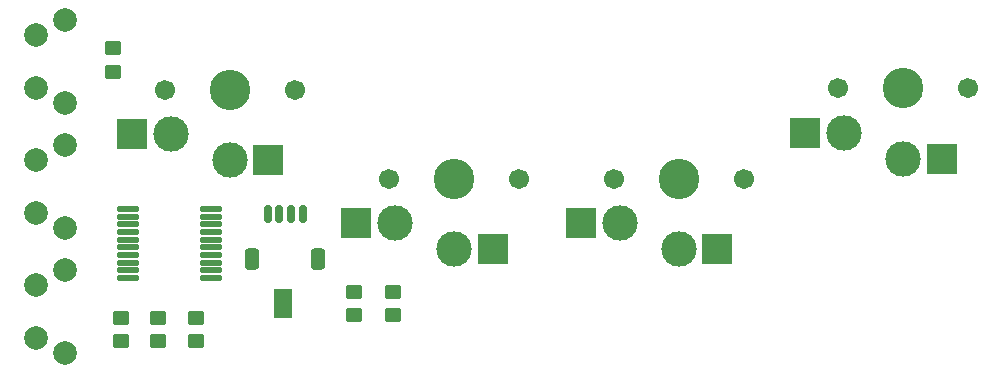
<source format=gbr>
%TF.GenerationSoftware,KiCad,Pcbnew,9.0.0*%
%TF.CreationDate,2025-05-10T10:01:21-07:00*%
%TF.ProjectId,c7k-left-hand,63376b2d-6c65-4667-942d-68616e642e6b,rev?*%
%TF.SameCoordinates,Original*%
%TF.FileFunction,Soldermask,Bot*%
%TF.FilePolarity,Negative*%
%FSLAX46Y46*%
G04 Gerber Fmt 4.6, Leading zero omitted, Abs format (unit mm)*
G04 Created by KiCad (PCBNEW 9.0.0) date 2025-05-10 10:01:21*
%MOMM*%
%LPD*%
G01*
G04 APERTURE LIST*
G04 Aperture macros list*
%AMRoundRect*
0 Rectangle with rounded corners*
0 $1 Rounding radius*
0 $2 $3 $4 $5 $6 $7 $8 $9 X,Y pos of 4 corners*
0 Add a 4 corners polygon primitive as box body*
4,1,4,$2,$3,$4,$5,$6,$7,$8,$9,$2,$3,0*
0 Add four circle primitives for the rounded corners*
1,1,$1+$1,$2,$3*
1,1,$1+$1,$4,$5*
1,1,$1+$1,$6,$7*
1,1,$1+$1,$8,$9*
0 Add four rect primitives between the rounded corners*
20,1,$1+$1,$2,$3,$4,$5,0*
20,1,$1+$1,$4,$5,$6,$7,0*
20,1,$1+$1,$6,$7,$8,$9,0*
20,1,$1+$1,$8,$9,$2,$3,0*%
%AMFreePoly0*
4,1,6,1.000000,0.000000,0.500000,-0.750000,-0.500000,-0.750000,-0.500000,0.750000,0.500000,0.750000,1.000000,0.000000,1.000000,0.000000,$1*%
%AMFreePoly1*
4,1,6,0.500000,-0.750000,-0.650000,-0.750000,-0.150000,0.000000,-0.650000,0.750000,0.500000,0.750000,0.500000,-0.750000,0.500000,-0.750000,$1*%
G04 Aperture macros list end*
%ADD10C,2.000000*%
%ADD11C,1.701800*%
%ADD12C,3.000000*%
%ADD13C,3.429000*%
%ADD14R,2.600000X2.600000*%
%ADD15FreePoly0,270.000000*%
%ADD16FreePoly1,270.000000*%
%ADD17RoundRect,0.250000X0.450000X-0.350000X0.450000X0.350000X-0.450000X0.350000X-0.450000X-0.350000X0*%
%ADD18RoundRect,0.125000X0.825000X0.125000X-0.825000X0.125000X-0.825000X-0.125000X0.825000X-0.125000X0*%
%ADD19RoundRect,0.250000X-0.450000X0.350000X-0.450000X-0.350000X0.450000X-0.350000X0.450000X0.350000X0*%
%ADD20RoundRect,0.150000X0.150000X0.625000X-0.150000X0.625000X-0.150000X-0.625000X0.150000X-0.625000X0*%
%ADD21RoundRect,0.250000X0.350000X0.650000X-0.350000X0.650000X-0.350000X-0.650000X0.350000X-0.650000X0*%
G04 APERTURE END LIST*
%TO.C,JP1*%
G36*
X182750000Y-94875000D02*
G01*
X184250000Y-94875000D01*
X184250000Y-97325000D01*
X182750000Y-97325000D01*
X182750000Y-94875000D01*
G37*
%TD*%
D10*
%TO.C,SW4*%
X162562500Y-99075000D03*
X162562500Y-94575000D03*
X165052500Y-100325000D03*
X165052500Y-93315000D03*
%TD*%
%TO.C,SW5*%
X162562500Y-88475000D03*
X162562500Y-83975000D03*
X165052500Y-89725000D03*
X165052500Y-82715000D03*
%TD*%
D11*
%TO.C,SW0*%
X173500000Y-78000000D03*
D12*
X174000000Y-81750000D03*
D13*
X179000000Y-78000000D03*
D12*
X179000000Y-83950000D03*
D11*
X184500000Y-78000000D03*
D14*
X182275000Y-83950000D03*
X170725000Y-81750000D03*
%TD*%
D10*
%TO.C,SW6*%
X162562500Y-77875000D03*
X162562500Y-73375000D03*
X165052500Y-79125000D03*
X165052500Y-72115000D03*
%TD*%
D11*
%TO.C,SW2*%
X211500000Y-85550000D03*
D12*
X212000000Y-89300000D03*
D13*
X217000000Y-85550000D03*
D12*
X217000000Y-91500000D03*
D11*
X222500000Y-85550000D03*
D14*
X220275000Y-91500000D03*
X208725000Y-89300000D03*
%TD*%
D11*
%TO.C,SW3*%
X230500000Y-77900000D03*
D12*
X231000000Y-81650000D03*
D13*
X236000000Y-77900000D03*
D12*
X236000000Y-83850000D03*
D11*
X241500000Y-77900000D03*
D14*
X239275000Y-83850000D03*
X227725000Y-81650000D03*
%TD*%
D11*
%TO.C,SW1*%
X192500000Y-85550000D03*
D12*
X193000000Y-89300000D03*
D13*
X198000000Y-85550000D03*
D12*
X198000000Y-91500000D03*
D11*
X203500000Y-85550000D03*
D14*
X201275000Y-91500000D03*
X189725000Y-89300000D03*
%TD*%
D15*
%TO.C,JP1*%
X183500000Y-95375000D03*
D16*
X183500000Y-96825000D03*
%TD*%
D17*
%TO.C,R1*%
X172900000Y-99300000D03*
X172900000Y-97300000D03*
%TD*%
D18*
%TO.C,U1*%
X177400000Y-88100000D03*
X177400000Y-88750000D03*
X177400000Y-89400000D03*
X177400000Y-90050000D03*
X177400000Y-90700000D03*
X177400000Y-91350000D03*
X177400000Y-92000000D03*
X177400000Y-92650000D03*
X177400000Y-93300000D03*
X177400000Y-93950000D03*
X170400000Y-93950000D03*
X170400000Y-93300000D03*
X170400000Y-92650000D03*
X170400000Y-92000000D03*
X170400000Y-91350000D03*
X170400000Y-90700000D03*
X170400000Y-90050000D03*
X170400000Y-89400000D03*
X170400000Y-88750000D03*
X170400000Y-88100000D03*
%TD*%
D17*
%TO.C,R3*%
X189500000Y-97100000D03*
X189500000Y-95100000D03*
%TD*%
%TO.C,R4*%
X176100000Y-99300000D03*
X176100000Y-97300000D03*
%TD*%
D19*
%TO.C,R6*%
X169100000Y-74500000D03*
X169100000Y-76500000D03*
%TD*%
D20*
%TO.C,J1*%
X185200000Y-88500000D03*
X184200000Y-88500000D03*
X183200000Y-88500000D03*
X182200000Y-88500000D03*
D21*
X186500000Y-92375000D03*
X180900000Y-92375000D03*
%TD*%
D17*
%TO.C,R5*%
X192800000Y-97100000D03*
X192800000Y-95100000D03*
%TD*%
%TO.C,R2*%
X169800000Y-99300000D03*
X169800000Y-97300000D03*
%TD*%
M02*

</source>
